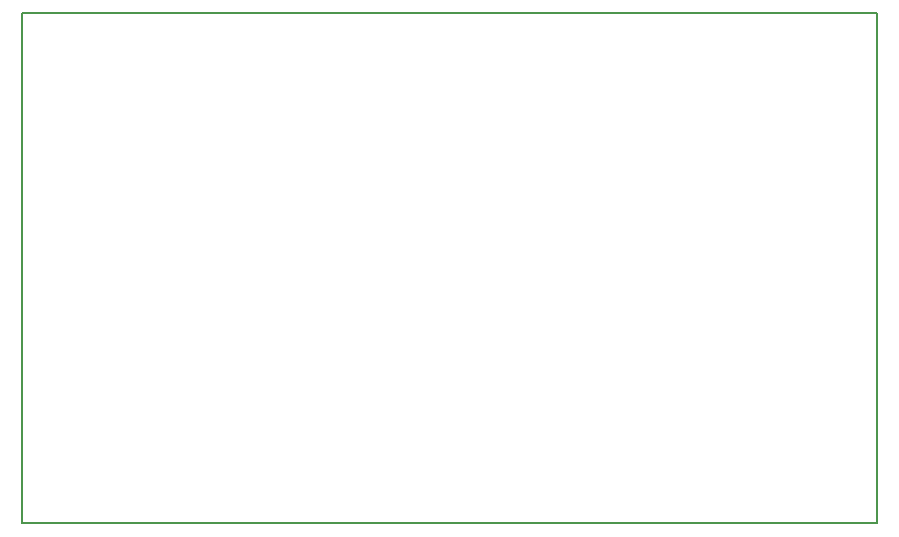
<source format=gm1>
G04 #@! TF.FileFunction,Profile,NP*
%FSLAX46Y46*%
G04 Gerber Fmt 4.6, Leading zero omitted, Abs format (unit mm)*
G04 Created by KiCad (PCBNEW 4.0.1-stable) date Wednesday, August 10, 2016 'PMt' 11:47:18 PM*
%MOMM*%
G01*
G04 APERTURE LIST*
%ADD10C,0.100000*%
%ADD11C,0.150000*%
G04 APERTURE END LIST*
D10*
D11*
X115570000Y-152400000D02*
X115570000Y-109220000D01*
X187960000Y-152400000D02*
X115570000Y-152400000D01*
X187960000Y-109220000D02*
X187960000Y-152400000D01*
X115570000Y-109220000D02*
X187960000Y-109220000D01*
M02*

</source>
